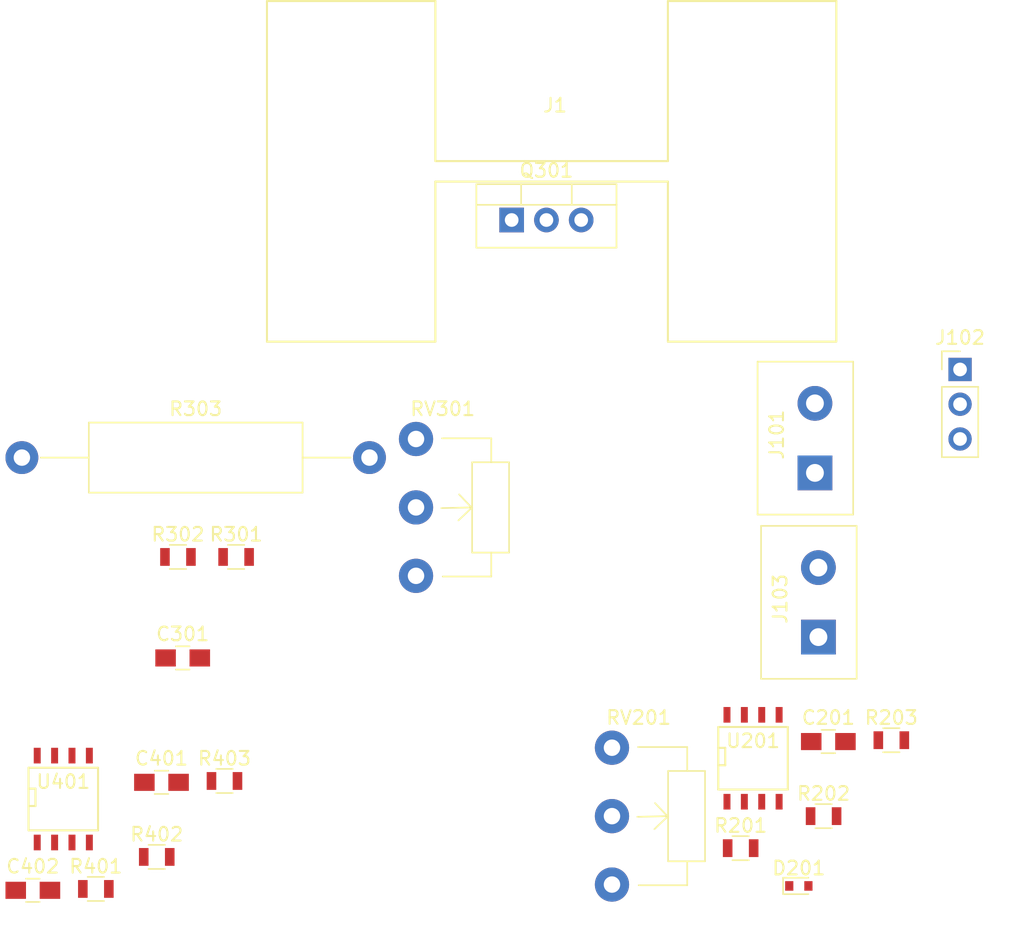
<source format=kicad_pcb>
(kicad_pcb (version 4) (host pcbnew 4.0.7)

  (general
    (links 43)
    (no_connects 43)
    (area 0 0 0 0)
    (thickness 1.6)
    (drawings 0)
    (tracks 0)
    (zones 0)
    (modules 23)
    (nets 18)
  )

  (page A4)
  (layers
    (0 F.Cu signal)
    (31 B.Cu signal)
    (32 B.Adhes user)
    (33 F.Adhes user)
    (34 B.Paste user)
    (35 F.Paste user)
    (36 B.SilkS user)
    (37 F.SilkS user)
    (38 B.Mask user)
    (39 F.Mask user)
    (40 Dwgs.User user)
    (41 Cmts.User user)
    (42 Eco1.User user)
    (43 Eco2.User user)
    (44 Edge.Cuts user)
    (45 Margin user)
    (46 B.CrtYd user)
    (47 F.CrtYd user)
    (48 B.Fab user)
    (49 F.Fab user)
  )

  (setup
    (last_trace_width 0.25)
    (trace_clearance 0.2)
    (zone_clearance 0.508)
    (zone_45_only no)
    (trace_min 0.2)
    (segment_width 0.2)
    (edge_width 0.15)
    (via_size 0.6)
    (via_drill 0.4)
    (via_min_size 0.4)
    (via_min_drill 0.3)
    (uvia_size 0.3)
    (uvia_drill 0.1)
    (uvias_allowed no)
    (uvia_min_size 0.2)
    (uvia_min_drill 0.1)
    (pcb_text_width 0.3)
    (pcb_text_size 1.5 1.5)
    (mod_edge_width 0.15)
    (mod_text_size 1 1)
    (mod_text_width 0.15)
    (pad_size 1.524 1.524)
    (pad_drill 0.762)
    (pad_to_mask_clearance 0.2)
    (aux_axis_origin 0 0)
    (visible_elements 7FFFFFFF)
    (pcbplotparams
      (layerselection 0x00030_80000001)
      (usegerberextensions false)
      (excludeedgelayer true)
      (linewidth 0.100000)
      (plotframeref false)
      (viasonmask false)
      (mode 1)
      (useauxorigin false)
      (hpglpennumber 1)
      (hpglpenspeed 20)
      (hpglpendiameter 15)
      (hpglpenoverlay 2)
      (psnegative false)
      (psa4output false)
      (plotreference true)
      (plotvalue true)
      (plotinvisibletext false)
      (padsonsilk false)
      (subtractmaskfromsilk false)
      (outputformat 1)
      (mirror false)
      (drillshape 1)
      (scaleselection 1)
      (outputdirectory ""))
  )

  (net 0 "")
  (net 1 2.7V)
  (net 2 GND)
  (net 3 "/Power Regulation/Vin")
  (net 4 "/Current Control/FET_Gate")
  (net 5 "Net-(D201-Pad1)")
  (net 6 "Net-(J101-Pad2)")
  (net 7 "/Current Control/Current_Sink+")
  (net 8 "Net-(Q301-Pad3)")
  (net 9 "Net-(R201-Pad1)")
  (net 10 "Net-(R202-Pad2)")
  (net 11 "Net-(R301-Pad1)")
  (net 12 "Net-(R302-Pad2)")
  (net 13 "Net-(R401-Pad2)")
  (net 14 "Net-(R403-Pad1)")
  (net 15 "Net-(RV201-Pad1)")
  (net 16 "Net-(RV301-Pad1)")
  (net 17 "/Voltage Control/Current_Sink-")

  (net_class Default "This is the default net class."
    (clearance 0.2)
    (trace_width 0.25)
    (via_dia 0.6)
    (via_drill 0.4)
    (uvia_dia 0.3)
    (uvia_drill 0.1)
    (add_net "/Current Control/Current_Sink+")
    (add_net "/Current Control/FET_Gate")
    (add_net "/Power Regulation/Vin")
    (add_net "/Voltage Control/Current_Sink-")
    (add_net 2.7V)
    (add_net GND)
    (add_net "Net-(D201-Pad1)")
    (add_net "Net-(J101-Pad2)")
    (add_net "Net-(Q301-Pad3)")
    (add_net "Net-(R201-Pad1)")
    (add_net "Net-(R202-Pad2)")
    (add_net "Net-(R301-Pad1)")
    (add_net "Net-(R302-Pad2)")
    (add_net "Net-(R401-Pad2)")
    (add_net "Net-(R403-Pad1)")
    (add_net "Net-(RV201-Pad1)")
    (add_net "Net-(RV301-Pad1)")
  )

  (module Capacitors_SMD:C_0805_HandSoldering (layer F.Cu) (tedit 58AA84A8) (tstamp 5B279514)
    (at 216.688001 131.711)
    (descr "Capacitor SMD 0805, hand soldering")
    (tags "capacitor 0805")
    (path /5B20D367/5B210BC7)
    (attr smd)
    (fp_text reference C201 (at 0 -1.75) (layer F.SilkS)
      (effects (font (size 1 1) (thickness 0.15)))
    )
    (fp_text value C (at 0 1.75) (layer F.Fab)
      (effects (font (size 1 1) (thickness 0.15)))
    )
    (fp_text user %R (at 0 -1.75) (layer F.Fab)
      (effects (font (size 1 1) (thickness 0.15)))
    )
    (fp_line (start -1 0.62) (end -1 -0.62) (layer F.Fab) (width 0.1))
    (fp_line (start 1 0.62) (end -1 0.62) (layer F.Fab) (width 0.1))
    (fp_line (start 1 -0.62) (end 1 0.62) (layer F.Fab) (width 0.1))
    (fp_line (start -1 -0.62) (end 1 -0.62) (layer F.Fab) (width 0.1))
    (fp_line (start 0.5 -0.85) (end -0.5 -0.85) (layer F.SilkS) (width 0.12))
    (fp_line (start -0.5 0.85) (end 0.5 0.85) (layer F.SilkS) (width 0.12))
    (fp_line (start -2.25 -0.88) (end 2.25 -0.88) (layer F.CrtYd) (width 0.05))
    (fp_line (start -2.25 -0.88) (end -2.25 0.87) (layer F.CrtYd) (width 0.05))
    (fp_line (start 2.25 0.87) (end 2.25 -0.88) (layer F.CrtYd) (width 0.05))
    (fp_line (start 2.25 0.87) (end -2.25 0.87) (layer F.CrtYd) (width 0.05))
    (pad 1 smd rect (at -1.25 0) (size 1.5 1.25) (layers F.Cu F.Paste F.Mask)
      (net 1 2.7V))
    (pad 2 smd rect (at 1.25 0) (size 1.5 1.25) (layers F.Cu F.Paste F.Mask)
      (net 2 GND))
    (model Capacitors_SMD.3dshapes/C_0805.wrl
      (at (xyz 0 0 0))
      (scale (xyz 1 1 1))
      (rotate (xyz 0 0 0))
    )
  )

  (module Capacitors_SMD:C_0805_HandSoldering (layer F.Cu) (tedit 58AA84A8) (tstamp 5B27951A)
    (at 169.508001 125.601)
    (descr "Capacitor SMD 0805, hand soldering")
    (tags "capacitor 0805")
    (path /5B20D3AD/5B20DF16)
    (attr smd)
    (fp_text reference C301 (at 0 -1.75) (layer F.SilkS)
      (effects (font (size 1 1) (thickness 0.15)))
    )
    (fp_text value C (at 0 1.75) (layer F.Fab)
      (effects (font (size 1 1) (thickness 0.15)))
    )
    (fp_text user %R (at 0 -1.75) (layer F.Fab)
      (effects (font (size 1 1) (thickness 0.15)))
    )
    (fp_line (start -1 0.62) (end -1 -0.62) (layer F.Fab) (width 0.1))
    (fp_line (start 1 0.62) (end -1 0.62) (layer F.Fab) (width 0.1))
    (fp_line (start 1 -0.62) (end 1 0.62) (layer F.Fab) (width 0.1))
    (fp_line (start -1 -0.62) (end 1 -0.62) (layer F.Fab) (width 0.1))
    (fp_line (start 0.5 -0.85) (end -0.5 -0.85) (layer F.SilkS) (width 0.12))
    (fp_line (start -0.5 0.85) (end 0.5 0.85) (layer F.SilkS) (width 0.12))
    (fp_line (start -2.25 -0.88) (end 2.25 -0.88) (layer F.CrtYd) (width 0.05))
    (fp_line (start -2.25 -0.88) (end -2.25 0.87) (layer F.CrtYd) (width 0.05))
    (fp_line (start 2.25 0.87) (end 2.25 -0.88) (layer F.CrtYd) (width 0.05))
    (fp_line (start 2.25 0.87) (end -2.25 0.87) (layer F.CrtYd) (width 0.05))
    (pad 1 smd rect (at -1.25 0) (size 1.5 1.25) (layers F.Cu F.Paste F.Mask)
      (net 1 2.7V))
    (pad 2 smd rect (at 1.25 0) (size 1.5 1.25) (layers F.Cu F.Paste F.Mask)
      (net 2 GND))
    (model Capacitors_SMD.3dshapes/C_0805.wrl
      (at (xyz 0 0 0))
      (scale (xyz 1 1 1))
      (rotate (xyz 0 0 0))
    )
  )

  (module Capacitors_SMD:C_0805_HandSoldering (layer F.Cu) (tedit 58AA84A8) (tstamp 5B279520)
    (at 167.958001 134.691)
    (descr "Capacitor SMD 0805, hand soldering")
    (tags "capacitor 0805")
    (path /5B20D3C0/5B20F557)
    (attr smd)
    (fp_text reference C401 (at 0 -1.75) (layer F.SilkS)
      (effects (font (size 1 1) (thickness 0.15)))
    )
    (fp_text value C (at 0 1.75) (layer F.Fab)
      (effects (font (size 1 1) (thickness 0.15)))
    )
    (fp_text user %R (at 0 -1.75) (layer F.Fab)
      (effects (font (size 1 1) (thickness 0.15)))
    )
    (fp_line (start -1 0.62) (end -1 -0.62) (layer F.Fab) (width 0.1))
    (fp_line (start 1 0.62) (end -1 0.62) (layer F.Fab) (width 0.1))
    (fp_line (start 1 -0.62) (end 1 0.62) (layer F.Fab) (width 0.1))
    (fp_line (start -1 -0.62) (end 1 -0.62) (layer F.Fab) (width 0.1))
    (fp_line (start 0.5 -0.85) (end -0.5 -0.85) (layer F.SilkS) (width 0.12))
    (fp_line (start -0.5 0.85) (end 0.5 0.85) (layer F.SilkS) (width 0.12))
    (fp_line (start -2.25 -0.88) (end 2.25 -0.88) (layer F.CrtYd) (width 0.05))
    (fp_line (start -2.25 -0.88) (end -2.25 0.87) (layer F.CrtYd) (width 0.05))
    (fp_line (start 2.25 0.87) (end 2.25 -0.88) (layer F.CrtYd) (width 0.05))
    (fp_line (start 2.25 0.87) (end -2.25 0.87) (layer F.CrtYd) (width 0.05))
    (pad 1 smd rect (at -1.25 0) (size 1.5 1.25) (layers F.Cu F.Paste F.Mask)
      (net 3 "/Power Regulation/Vin"))
    (pad 2 smd rect (at 1.25 0) (size 1.5 1.25) (layers F.Cu F.Paste F.Mask)
      (net 2 GND))
    (model Capacitors_SMD.3dshapes/C_0805.wrl
      (at (xyz 0 0 0))
      (scale (xyz 1 1 1))
      (rotate (xyz 0 0 0))
    )
  )

  (module Capacitors_SMD:C_0805_HandSoldering (layer F.Cu) (tedit 58AA84A8) (tstamp 5B279526)
    (at 158.558001 142.581)
    (descr "Capacitor SMD 0805, hand soldering")
    (tags "capacitor 0805")
    (path /5B20D3C0/5B20F550)
    (attr smd)
    (fp_text reference C402 (at 0 -1.75) (layer F.SilkS)
      (effects (font (size 1 1) (thickness 0.15)))
    )
    (fp_text value C (at 0 1.75) (layer F.Fab)
      (effects (font (size 1 1) (thickness 0.15)))
    )
    (fp_text user %R (at 0 -1.75) (layer F.Fab)
      (effects (font (size 1 1) (thickness 0.15)))
    )
    (fp_line (start -1 0.62) (end -1 -0.62) (layer F.Fab) (width 0.1))
    (fp_line (start 1 0.62) (end -1 0.62) (layer F.Fab) (width 0.1))
    (fp_line (start 1 -0.62) (end 1 0.62) (layer F.Fab) (width 0.1))
    (fp_line (start -1 -0.62) (end 1 -0.62) (layer F.Fab) (width 0.1))
    (fp_line (start 0.5 -0.85) (end -0.5 -0.85) (layer F.SilkS) (width 0.12))
    (fp_line (start -0.5 0.85) (end 0.5 0.85) (layer F.SilkS) (width 0.12))
    (fp_line (start -2.25 -0.88) (end 2.25 -0.88) (layer F.CrtYd) (width 0.05))
    (fp_line (start -2.25 -0.88) (end -2.25 0.87) (layer F.CrtYd) (width 0.05))
    (fp_line (start 2.25 0.87) (end 2.25 -0.88) (layer F.CrtYd) (width 0.05))
    (fp_line (start 2.25 0.87) (end -2.25 0.87) (layer F.CrtYd) (width 0.05))
    (pad 1 smd rect (at -1.25 0) (size 1.5 1.25) (layers F.Cu F.Paste F.Mask)
      (net 1 2.7V))
    (pad 2 smd rect (at 1.25 0) (size 1.5 1.25) (layers F.Cu F.Paste F.Mask)
      (net 2 GND))
    (model Capacitors_SMD.3dshapes/C_0805.wrl
      (at (xyz 0 0 0))
      (scale (xyz 1 1 1))
      (rotate (xyz 0 0 0))
    )
  )

  (module Diodes_SMD:D_SOD-523 (layer F.Cu) (tedit 586419F0) (tstamp 5B27952C)
    (at 214.531571 142.261)
    (descr "http://www.diodes.com/datasheets/ap02001.pdf p.144")
    (tags "Diode SOD523")
    (path /5B20D367/5B210C37)
    (attr smd)
    (fp_text reference D201 (at 0 -1.3) (layer F.SilkS)
      (effects (font (size 1 1) (thickness 0.15)))
    )
    (fp_text value D (at 0 1.4) (layer F.Fab)
      (effects (font (size 1 1) (thickness 0.15)))
    )
    (fp_text user %R (at 0 -1.3) (layer F.Fab)
      (effects (font (size 1 1) (thickness 0.15)))
    )
    (fp_line (start -1.15 -0.6) (end -1.15 0.6) (layer F.SilkS) (width 0.12))
    (fp_line (start 1.25 -0.7) (end 1.25 0.7) (layer F.CrtYd) (width 0.05))
    (fp_line (start -1.25 -0.7) (end 1.25 -0.7) (layer F.CrtYd) (width 0.05))
    (fp_line (start -1.25 0.7) (end -1.25 -0.7) (layer F.CrtYd) (width 0.05))
    (fp_line (start 1.25 0.7) (end -1.25 0.7) (layer F.CrtYd) (width 0.05))
    (fp_line (start 0.1 0) (end 0.25 0) (layer F.Fab) (width 0.1))
    (fp_line (start 0.1 -0.2) (end -0.2 0) (layer F.Fab) (width 0.1))
    (fp_line (start 0.1 0.2) (end 0.1 -0.2) (layer F.Fab) (width 0.1))
    (fp_line (start -0.2 0) (end 0.1 0.2) (layer F.Fab) (width 0.1))
    (fp_line (start -0.2 0) (end -0.35 0) (layer F.Fab) (width 0.1))
    (fp_line (start -0.2 0.2) (end -0.2 -0.2) (layer F.Fab) (width 0.1))
    (fp_line (start 0.65 -0.45) (end 0.65 0.45) (layer F.Fab) (width 0.1))
    (fp_line (start -0.65 -0.45) (end 0.65 -0.45) (layer F.Fab) (width 0.1))
    (fp_line (start -0.65 0.45) (end -0.65 -0.45) (layer F.Fab) (width 0.1))
    (fp_line (start 0.65 0.45) (end -0.65 0.45) (layer F.Fab) (width 0.1))
    (fp_line (start 0.7 -0.6) (end -1.15 -0.6) (layer F.SilkS) (width 0.12))
    (fp_line (start 0.7 0.6) (end -1.15 0.6) (layer F.SilkS) (width 0.12))
    (pad 2 smd rect (at 0.7 0 180) (size 0.6 0.7) (layers F.Cu F.Paste F.Mask)
      (net 4 "/Current Control/FET_Gate"))
    (pad 1 smd rect (at -0.7 0 180) (size 0.6 0.7) (layers F.Cu F.Paste F.Mask)
      (net 5 "Net-(D201-Pad1)"))
    (model ${KISYS3DMOD}/Diodes_SMD.3dshapes/D_SOD-523.wrl
      (at (xyz 0 0 0))
      (scale (xyz 1 1 1))
      (rotate (xyz 0 0 0))
    )
  )

  (module TO_SOT_Packages_THT:TO-220-3_Vertical (layer F.Cu) (tedit 58CE52AD) (tstamp 5B279546)
    (at 193.548 93.599)
    (descr "TO-220-3, Vertical, RM 2.54mm")
    (tags "TO-220-3 Vertical RM 2.54mm")
    (path /5B20D3AD/5B20DECB)
    (fp_text reference Q301 (at 2.54 -3.62) (layer F.SilkS)
      (effects (font (size 1 1) (thickness 0.15)))
    )
    (fp_text value BUK9575 (at 2.54 3.92) (layer F.Fab)
      (effects (font (size 1 1) (thickness 0.15)))
    )
    (fp_text user %R (at 2.54 -3.62) (layer F.Fab)
      (effects (font (size 1 1) (thickness 0.15)))
    )
    (fp_line (start -2.46 -2.5) (end -2.46 1.9) (layer F.Fab) (width 0.1))
    (fp_line (start -2.46 1.9) (end 7.54 1.9) (layer F.Fab) (width 0.1))
    (fp_line (start 7.54 1.9) (end 7.54 -2.5) (layer F.Fab) (width 0.1))
    (fp_line (start 7.54 -2.5) (end -2.46 -2.5) (layer F.Fab) (width 0.1))
    (fp_line (start -2.46 -1.23) (end 7.54 -1.23) (layer F.Fab) (width 0.1))
    (fp_line (start 0.69 -2.5) (end 0.69 -1.23) (layer F.Fab) (width 0.1))
    (fp_line (start 4.39 -2.5) (end 4.39 -1.23) (layer F.Fab) (width 0.1))
    (fp_line (start -2.58 -2.62) (end 7.66 -2.62) (layer F.SilkS) (width 0.12))
    (fp_line (start -2.58 2.021) (end 7.66 2.021) (layer F.SilkS) (width 0.12))
    (fp_line (start -2.58 -2.62) (end -2.58 2.021) (layer F.SilkS) (width 0.12))
    (fp_line (start 7.66 -2.62) (end 7.66 2.021) (layer F.SilkS) (width 0.12))
    (fp_line (start -2.58 -1.11) (end 7.66 -1.11) (layer F.SilkS) (width 0.12))
    (fp_line (start 0.69 -2.62) (end 0.69 -1.11) (layer F.SilkS) (width 0.12))
    (fp_line (start 4.391 -2.62) (end 4.391 -1.11) (layer F.SilkS) (width 0.12))
    (fp_line (start -2.71 -2.75) (end -2.71 2.16) (layer F.CrtYd) (width 0.05))
    (fp_line (start -2.71 2.16) (end 7.79 2.16) (layer F.CrtYd) (width 0.05))
    (fp_line (start 7.79 2.16) (end 7.79 -2.75) (layer F.CrtYd) (width 0.05))
    (fp_line (start 7.79 -2.75) (end -2.71 -2.75) (layer F.CrtYd) (width 0.05))
    (pad 1 thru_hole rect (at 0 0) (size 1.8 1.8) (drill 1) (layers *.Cu *.Mask)
      (net 7 "/Current Control/Current_Sink+"))
    (pad 2 thru_hole oval (at 2.54 0) (size 1.8 1.8) (drill 1) (layers *.Cu *.Mask)
      (net 4 "/Current Control/FET_Gate"))
    (pad 3 thru_hole oval (at 5.08 0) (size 1.8 1.8) (drill 1) (layers *.Cu *.Mask)
      (net 8 "Net-(Q301-Pad3)"))
    (model ${KISYS3DMOD}/TO_SOT_Packages_THT.3dshapes/TO-220-3_Vertical.wrl
      (at (xyz 0.1 0 0))
      (scale (xyz 0.393701 0.393701 0.393701))
      (rotate (xyz 0 0 0))
    )
  )

  (module Resistors_SMD:R_0805 (layer F.Cu) (tedit 58E0A804) (tstamp 5B27954C)
    (at 210.281571 139.501)
    (descr "Resistor SMD 0805, reflow soldering, Vishay (see dcrcw.pdf)")
    (tags "resistor 0805")
    (path /5B20D367/5B210B9B)
    (attr smd)
    (fp_text reference R201 (at 0 -1.65) (layer F.SilkS)
      (effects (font (size 1 1) (thickness 0.15)))
    )
    (fp_text value R (at 0 1.75) (layer F.Fab)
      (effects (font (size 1 1) (thickness 0.15)))
    )
    (fp_text user %R (at 0 0) (layer F.Fab)
      (effects (font (size 0.5 0.5) (thickness 0.075)))
    )
    (fp_line (start -1 0.62) (end -1 -0.62) (layer F.Fab) (width 0.1))
    (fp_line (start 1 0.62) (end -1 0.62) (layer F.Fab) (width 0.1))
    (fp_line (start 1 -0.62) (end 1 0.62) (layer F.Fab) (width 0.1))
    (fp_line (start -1 -0.62) (end 1 -0.62) (layer F.Fab) (width 0.1))
    (fp_line (start 0.6 0.88) (end -0.6 0.88) (layer F.SilkS) (width 0.12))
    (fp_line (start -0.6 -0.88) (end 0.6 -0.88) (layer F.SilkS) (width 0.12))
    (fp_line (start -1.55 -0.9) (end 1.55 -0.9) (layer F.CrtYd) (width 0.05))
    (fp_line (start -1.55 -0.9) (end -1.55 0.9) (layer F.CrtYd) (width 0.05))
    (fp_line (start 1.55 0.9) (end 1.55 -0.9) (layer F.CrtYd) (width 0.05))
    (fp_line (start 1.55 0.9) (end -1.55 0.9) (layer F.CrtYd) (width 0.05))
    (pad 1 smd rect (at -0.95 0) (size 0.7 1.3) (layers F.Cu F.Paste F.Mask)
      (net 9 "Net-(R201-Pad1)"))
    (pad 2 smd rect (at 0.95 0) (size 0.7 1.3) (layers F.Cu F.Paste F.Mask)
      (net 17 "/Voltage Control/Current_Sink-"))
    (model ${KISYS3DMOD}/Resistors_SMD.3dshapes/R_0805.wrl
      (at (xyz 0 0 0))
      (scale (xyz 1 1 1))
      (rotate (xyz 0 0 0))
    )
  )

  (module Resistors_SMD:R_0805 (layer F.Cu) (tedit 58E0A804) (tstamp 5B279552)
    (at 216.341571 137.161)
    (descr "Resistor SMD 0805, reflow soldering, Vishay (see dcrcw.pdf)")
    (tags "resistor 0805")
    (path /5B20D367/5B210E2B)
    (attr smd)
    (fp_text reference R202 (at 0 -1.65) (layer F.SilkS)
      (effects (font (size 1 1) (thickness 0.15)))
    )
    (fp_text value 9K (at 0 1.75) (layer F.Fab)
      (effects (font (size 1 1) (thickness 0.15)))
    )
    (fp_text user %R (at 0 0) (layer F.Fab)
      (effects (font (size 0.5 0.5) (thickness 0.075)))
    )
    (fp_line (start -1 0.62) (end -1 -0.62) (layer F.Fab) (width 0.1))
    (fp_line (start 1 0.62) (end -1 0.62) (layer F.Fab) (width 0.1))
    (fp_line (start 1 -0.62) (end 1 0.62) (layer F.Fab) (width 0.1))
    (fp_line (start -1 -0.62) (end 1 -0.62) (layer F.Fab) (width 0.1))
    (fp_line (start 0.6 0.88) (end -0.6 0.88) (layer F.SilkS) (width 0.12))
    (fp_line (start -0.6 -0.88) (end 0.6 -0.88) (layer F.SilkS) (width 0.12))
    (fp_line (start -1.55 -0.9) (end 1.55 -0.9) (layer F.CrtYd) (width 0.05))
    (fp_line (start -1.55 -0.9) (end -1.55 0.9) (layer F.CrtYd) (width 0.05))
    (fp_line (start 1.55 0.9) (end 1.55 -0.9) (layer F.CrtYd) (width 0.05))
    (fp_line (start 1.55 0.9) (end -1.55 0.9) (layer F.CrtYd) (width 0.05))
    (pad 1 smd rect (at -0.95 0) (size 0.7 1.3) (layers F.Cu F.Paste F.Mask)
      (net 7 "/Current Control/Current_Sink+"))
    (pad 2 smd rect (at 0.95 0) (size 0.7 1.3) (layers F.Cu F.Paste F.Mask)
      (net 10 "Net-(R202-Pad2)"))
    (model ${KISYS3DMOD}/Resistors_SMD.3dshapes/R_0805.wrl
      (at (xyz 0 0 0))
      (scale (xyz 1 1 1))
      (rotate (xyz 0 0 0))
    )
  )

  (module Resistors_SMD:R_0805 (layer F.Cu) (tedit 58E0A804) (tstamp 5B279558)
    (at 221.291571 131.611)
    (descr "Resistor SMD 0805, reflow soldering, Vishay (see dcrcw.pdf)")
    (tags "resistor 0805")
    (path /5B20D367/5B210EF3)
    (attr smd)
    (fp_text reference R203 (at 0 -1.65) (layer F.SilkS)
      (effects (font (size 1 1) (thickness 0.15)))
    )
    (fp_text value 1K (at 0 1.75) (layer F.Fab)
      (effects (font (size 1 1) (thickness 0.15)))
    )
    (fp_text user %R (at 0 0) (layer F.Fab)
      (effects (font (size 0.5 0.5) (thickness 0.075)))
    )
    (fp_line (start -1 0.62) (end -1 -0.62) (layer F.Fab) (width 0.1))
    (fp_line (start 1 0.62) (end -1 0.62) (layer F.Fab) (width 0.1))
    (fp_line (start 1 -0.62) (end 1 0.62) (layer F.Fab) (width 0.1))
    (fp_line (start -1 -0.62) (end 1 -0.62) (layer F.Fab) (width 0.1))
    (fp_line (start 0.6 0.88) (end -0.6 0.88) (layer F.SilkS) (width 0.12))
    (fp_line (start -0.6 -0.88) (end 0.6 -0.88) (layer F.SilkS) (width 0.12))
    (fp_line (start -1.55 -0.9) (end 1.55 -0.9) (layer F.CrtYd) (width 0.05))
    (fp_line (start -1.55 -0.9) (end -1.55 0.9) (layer F.CrtYd) (width 0.05))
    (fp_line (start 1.55 0.9) (end 1.55 -0.9) (layer F.CrtYd) (width 0.05))
    (fp_line (start 1.55 0.9) (end -1.55 0.9) (layer F.CrtYd) (width 0.05))
    (pad 1 smd rect (at -0.95 0) (size 0.7 1.3) (layers F.Cu F.Paste F.Mask)
      (net 10 "Net-(R202-Pad2)"))
    (pad 2 smd rect (at 0.95 0) (size 0.7 1.3) (layers F.Cu F.Paste F.Mask)
      (net 17 "/Voltage Control/Current_Sink-"))
    (model ${KISYS3DMOD}/Resistors_SMD.3dshapes/R_0805.wrl
      (at (xyz 0 0 0))
      (scale (xyz 1 1 1))
      (rotate (xyz 0 0 0))
    )
  )

  (module Resistors_SMD:R_0805 (layer F.Cu) (tedit 58E0A804) (tstamp 5B27955E)
    (at 173.411571 118.221)
    (descr "Resistor SMD 0805, reflow soldering, Vishay (see dcrcw.pdf)")
    (tags "resistor 0805")
    (path /5B20D3AD/5B20DEE0)
    (attr smd)
    (fp_text reference R301 (at 0 -1.65) (layer F.SilkS)
      (effects (font (size 1 1) (thickness 0.15)))
    )
    (fp_text value R (at 0 1.75) (layer F.Fab)
      (effects (font (size 1 1) (thickness 0.15)))
    )
    (fp_text user %R (at 0 0) (layer F.Fab)
      (effects (font (size 0.5 0.5) (thickness 0.075)))
    )
    (fp_line (start -1 0.62) (end -1 -0.62) (layer F.Fab) (width 0.1))
    (fp_line (start 1 0.62) (end -1 0.62) (layer F.Fab) (width 0.1))
    (fp_line (start 1 -0.62) (end 1 0.62) (layer F.Fab) (width 0.1))
    (fp_line (start -1 -0.62) (end 1 -0.62) (layer F.Fab) (width 0.1))
    (fp_line (start 0.6 0.88) (end -0.6 0.88) (layer F.SilkS) (width 0.12))
    (fp_line (start -0.6 -0.88) (end 0.6 -0.88) (layer F.SilkS) (width 0.12))
    (fp_line (start -1.55 -0.9) (end 1.55 -0.9) (layer F.CrtYd) (width 0.05))
    (fp_line (start -1.55 -0.9) (end -1.55 0.9) (layer F.CrtYd) (width 0.05))
    (fp_line (start 1.55 0.9) (end 1.55 -0.9) (layer F.CrtYd) (width 0.05))
    (fp_line (start 1.55 0.9) (end -1.55 0.9) (layer F.CrtYd) (width 0.05))
    (pad 1 smd rect (at -0.95 0) (size 0.7 1.3) (layers F.Cu F.Paste F.Mask)
      (net 11 "Net-(R301-Pad1)"))
    (pad 2 smd rect (at 0.95 0) (size 0.7 1.3) (layers F.Cu F.Paste F.Mask)
      (net 2 GND))
    (model ${KISYS3DMOD}/Resistors_SMD.3dshapes/R_0805.wrl
      (at (xyz 0 0 0))
      (scale (xyz 1 1 1))
      (rotate (xyz 0 0 0))
    )
  )

  (module Resistors_SMD:R_0805 (layer F.Cu) (tedit 58E0A804) (tstamp 5B279564)
    (at 169.161571 118.221)
    (descr "Resistor SMD 0805, reflow soldering, Vishay (see dcrcw.pdf)")
    (tags "resistor 0805")
    (path /5B20D3AD/5B20E5D2)
    (attr smd)
    (fp_text reference R302 (at 0 -1.65) (layer F.SilkS)
      (effects (font (size 1 1) (thickness 0.15)))
    )
    (fp_text value 1K (at 0 1.75) (layer F.Fab)
      (effects (font (size 1 1) (thickness 0.15)))
    )
    (fp_text user %R (at 0 0) (layer F.Fab)
      (effects (font (size 0.5 0.5) (thickness 0.075)))
    )
    (fp_line (start -1 0.62) (end -1 -0.62) (layer F.Fab) (width 0.1))
    (fp_line (start 1 0.62) (end -1 0.62) (layer F.Fab) (width 0.1))
    (fp_line (start 1 -0.62) (end 1 0.62) (layer F.Fab) (width 0.1))
    (fp_line (start -1 -0.62) (end 1 -0.62) (layer F.Fab) (width 0.1))
    (fp_line (start 0.6 0.88) (end -0.6 0.88) (layer F.SilkS) (width 0.12))
    (fp_line (start -0.6 -0.88) (end 0.6 -0.88) (layer F.SilkS) (width 0.12))
    (fp_line (start -1.55 -0.9) (end 1.55 -0.9) (layer F.CrtYd) (width 0.05))
    (fp_line (start -1.55 -0.9) (end -1.55 0.9) (layer F.CrtYd) (width 0.05))
    (fp_line (start 1.55 0.9) (end 1.55 -0.9) (layer F.CrtYd) (width 0.05))
    (fp_line (start 1.55 0.9) (end -1.55 0.9) (layer F.CrtYd) (width 0.05))
    (pad 1 smd rect (at -0.95 0) (size 0.7 1.3) (layers F.Cu F.Paste F.Mask)
      (net 4 "/Current Control/FET_Gate"))
    (pad 2 smd rect (at 0.95 0) (size 0.7 1.3) (layers F.Cu F.Paste F.Mask)
      (net 12 "Net-(R302-Pad2)"))
    (model ${KISYS3DMOD}/Resistors_SMD.3dshapes/R_0805.wrl
      (at (xyz 0 0 0))
      (scale (xyz 1 1 1))
      (rotate (xyz 0 0 0))
    )
  )

  (module Resistors_THT:R_Axial_DIN0516_L15.5mm_D5.0mm_P25.40mm_Horizontal (layer F.Cu) (tedit 5874F706) (tstamp 5B27956A)
    (at 157.758001 110.961)
    (descr "Resistor, Axial_DIN0516 series, Axial, Horizontal, pin pitch=25.4mm, 2W, length*diameter=15.5*5mm^2, http://cdn-reichelt.de/documents/datenblatt/B400/1_4W%23YAG.pdf")
    (tags "Resistor Axial_DIN0516 series Axial Horizontal pin pitch 25.4mm 2W length 15.5mm diameter 5mm")
    (path /5B20D3AD/5B20DED3)
    (fp_text reference R303 (at 12.7 -3.56) (layer F.SilkS)
      (effects (font (size 1 1) (thickness 0.15)))
    )
    (fp_text value 0.1 (at 12.7 3.56) (layer F.Fab)
      (effects (font (size 1 1) (thickness 0.15)))
    )
    (fp_line (start 4.95 -2.5) (end 4.95 2.5) (layer F.Fab) (width 0.1))
    (fp_line (start 4.95 2.5) (end 20.45 2.5) (layer F.Fab) (width 0.1))
    (fp_line (start 20.45 2.5) (end 20.45 -2.5) (layer F.Fab) (width 0.1))
    (fp_line (start 20.45 -2.5) (end 4.95 -2.5) (layer F.Fab) (width 0.1))
    (fp_line (start 0 0) (end 4.95 0) (layer F.Fab) (width 0.1))
    (fp_line (start 25.4 0) (end 20.45 0) (layer F.Fab) (width 0.1))
    (fp_line (start 4.89 -2.56) (end 4.89 2.56) (layer F.SilkS) (width 0.12))
    (fp_line (start 4.89 2.56) (end 20.51 2.56) (layer F.SilkS) (width 0.12))
    (fp_line (start 20.51 2.56) (end 20.51 -2.56) (layer F.SilkS) (width 0.12))
    (fp_line (start 20.51 -2.56) (end 4.89 -2.56) (layer F.SilkS) (width 0.12))
    (fp_line (start 1.38 0) (end 4.89 0) (layer F.SilkS) (width 0.12))
    (fp_line (start 24.02 0) (end 20.51 0) (layer F.SilkS) (width 0.12))
    (fp_line (start -1.45 -2.85) (end -1.45 2.85) (layer F.CrtYd) (width 0.05))
    (fp_line (start -1.45 2.85) (end 26.85 2.85) (layer F.CrtYd) (width 0.05))
    (fp_line (start 26.85 2.85) (end 26.85 -2.85) (layer F.CrtYd) (width 0.05))
    (fp_line (start 26.85 -2.85) (end -1.45 -2.85) (layer F.CrtYd) (width 0.05))
    (pad 1 thru_hole circle (at 0 0) (size 2.4 2.4) (drill 1.2) (layers *.Cu *.Mask)
      (net 8 "Net-(Q301-Pad3)"))
    (pad 2 thru_hole oval (at 25.4 0) (size 2.4 2.4) (drill 1.2) (layers *.Cu *.Mask)
      (net 2 GND))
    (model ${KISYS3DMOD}/Resistors_THT.3dshapes/R_Axial_DIN0516_L15.5mm_D5.0mm_P25.40mm_Horizontal.wrl
      (at (xyz 0 0 0))
      (scale (xyz 0.393701 0.393701 0.393701))
      (rotate (xyz 0 0 0))
    )
  )

  (module Resistors_SMD:R_0805 (layer F.Cu) (tedit 58E0A804) (tstamp 5B279570)
    (at 163.161571 142.481)
    (descr "Resistor SMD 0805, reflow soldering, Vishay (see dcrcw.pdf)")
    (tags "resistor 0805")
    (path /5B20D3C0/5B20F56F)
    (attr smd)
    (fp_text reference R401 (at 0 -1.65) (layer F.SilkS)
      (effects (font (size 1 1) (thickness 0.15)))
    )
    (fp_text value 27K (at 0 1.75) (layer F.Fab)
      (effects (font (size 1 1) (thickness 0.15)))
    )
    (fp_text user %R (at 0 0) (layer F.Fab)
      (effects (font (size 0.5 0.5) (thickness 0.075)))
    )
    (fp_line (start -1 0.62) (end -1 -0.62) (layer F.Fab) (width 0.1))
    (fp_line (start 1 0.62) (end -1 0.62) (layer F.Fab) (width 0.1))
    (fp_line (start 1 -0.62) (end 1 0.62) (layer F.Fab) (width 0.1))
    (fp_line (start -1 -0.62) (end 1 -0.62) (layer F.Fab) (width 0.1))
    (fp_line (start 0.6 0.88) (end -0.6 0.88) (layer F.SilkS) (width 0.12))
    (fp_line (start -0.6 -0.88) (end 0.6 -0.88) (layer F.SilkS) (width 0.12))
    (fp_line (start -1.55 -0.9) (end 1.55 -0.9) (layer F.CrtYd) (width 0.05))
    (fp_line (start -1.55 -0.9) (end -1.55 0.9) (layer F.CrtYd) (width 0.05))
    (fp_line (start 1.55 0.9) (end 1.55 -0.9) (layer F.CrtYd) (width 0.05))
    (fp_line (start 1.55 0.9) (end -1.55 0.9) (layer F.CrtYd) (width 0.05))
    (pad 1 smd rect (at -0.95 0) (size 0.7 1.3) (layers F.Cu F.Paste F.Mask)
      (net 3 "/Power Regulation/Vin"))
    (pad 2 smd rect (at 0.95 0) (size 0.7 1.3) (layers F.Cu F.Paste F.Mask)
      (net 13 "Net-(R401-Pad2)"))
    (model ${KISYS3DMOD}/Resistors_SMD.3dshapes/R_0805.wrl
      (at (xyz 0 0 0))
      (scale (xyz 1 1 1))
      (rotate (xyz 0 0 0))
    )
  )

  (module Resistors_SMD:R_0805 (layer F.Cu) (tedit 58E0A804) (tstamp 5B279576)
    (at 167.611571 140.141)
    (descr "Resistor SMD 0805, reflow soldering, Vishay (see dcrcw.pdf)")
    (tags "resistor 0805")
    (path /5B20D3C0/5B20F576)
    (attr smd)
    (fp_text reference R402 (at 0 -1.65) (layer F.SilkS)
      (effects (font (size 1 1) (thickness 0.15)))
    )
    (fp_text value 21.6 (at 0 1.75) (layer F.Fab)
      (effects (font (size 1 1) (thickness 0.15)))
    )
    (fp_text user %R (at 0 0) (layer F.Fab)
      (effects (font (size 0.5 0.5) (thickness 0.075)))
    )
    (fp_line (start -1 0.62) (end -1 -0.62) (layer F.Fab) (width 0.1))
    (fp_line (start 1 0.62) (end -1 0.62) (layer F.Fab) (width 0.1))
    (fp_line (start 1 -0.62) (end 1 0.62) (layer F.Fab) (width 0.1))
    (fp_line (start -1 -0.62) (end 1 -0.62) (layer F.Fab) (width 0.1))
    (fp_line (start 0.6 0.88) (end -0.6 0.88) (layer F.SilkS) (width 0.12))
    (fp_line (start -0.6 -0.88) (end 0.6 -0.88) (layer F.SilkS) (width 0.12))
    (fp_line (start -1.55 -0.9) (end 1.55 -0.9) (layer F.CrtYd) (width 0.05))
    (fp_line (start -1.55 -0.9) (end -1.55 0.9) (layer F.CrtYd) (width 0.05))
    (fp_line (start 1.55 0.9) (end 1.55 -0.9) (layer F.CrtYd) (width 0.05))
    (fp_line (start 1.55 0.9) (end -1.55 0.9) (layer F.CrtYd) (width 0.05))
    (pad 1 smd rect (at -0.95 0) (size 0.7 1.3) (layers F.Cu F.Paste F.Mask)
      (net 13 "Net-(R401-Pad2)"))
    (pad 2 smd rect (at 0.95 0) (size 0.7 1.3) (layers F.Cu F.Paste F.Mask)
      (net 2 GND))
    (model ${KISYS3DMOD}/Resistors_SMD.3dshapes/R_0805.wrl
      (at (xyz 0 0 0))
      (scale (xyz 1 1 1))
      (rotate (xyz 0 0 0))
    )
  )

  (module Resistors_SMD:R_0805 (layer F.Cu) (tedit 58E0A804) (tstamp 5B27957C)
    (at 172.561571 134.591)
    (descr "Resistor SMD 0805, reflow soldering, Vishay (see dcrcw.pdf)")
    (tags "resistor 0805")
    (path /5B20D3C0/5B20F55F)
    (attr smd)
    (fp_text reference R403 (at 0 -1.65) (layer F.SilkS)
      (effects (font (size 1 1) (thickness 0.15)))
    )
    (fp_text value 0 (at 0 1.75) (layer F.Fab)
      (effects (font (size 1 1) (thickness 0.15)))
    )
    (fp_text user %R (at 0 0) (layer F.Fab)
      (effects (font (size 0.5 0.5) (thickness 0.075)))
    )
    (fp_line (start -1 0.62) (end -1 -0.62) (layer F.Fab) (width 0.1))
    (fp_line (start 1 0.62) (end -1 0.62) (layer F.Fab) (width 0.1))
    (fp_line (start 1 -0.62) (end 1 0.62) (layer F.Fab) (width 0.1))
    (fp_line (start -1 -0.62) (end 1 -0.62) (layer F.Fab) (width 0.1))
    (fp_line (start 0.6 0.88) (end -0.6 0.88) (layer F.SilkS) (width 0.12))
    (fp_line (start -0.6 -0.88) (end 0.6 -0.88) (layer F.SilkS) (width 0.12))
    (fp_line (start -1.55 -0.9) (end 1.55 -0.9) (layer F.CrtYd) (width 0.05))
    (fp_line (start -1.55 -0.9) (end -1.55 0.9) (layer F.CrtYd) (width 0.05))
    (fp_line (start 1.55 0.9) (end 1.55 -0.9) (layer F.CrtYd) (width 0.05))
    (fp_line (start 1.55 0.9) (end -1.55 0.9) (layer F.CrtYd) (width 0.05))
    (pad 1 smd rect (at -0.95 0) (size 0.7 1.3) (layers F.Cu F.Paste F.Mask)
      (net 14 "Net-(R403-Pad1)"))
    (pad 2 smd rect (at 0.95 0) (size 0.7 1.3) (layers F.Cu F.Paste F.Mask)
      (net 2 GND))
    (model ${KISYS3DMOD}/Resistors_SMD.3dshapes/R_0805.wrl
      (at (xyz 0 0 0))
      (scale (xyz 1 1 1))
      (rotate (xyz 0 0 0))
    )
  )

  (module Potentiometers:Potentiometer_WirePads_largePads (layer F.Cu) (tedit 58822A31) (tstamp 5B279583)
    (at 200.878001 132.161)
    (descr "Potentiometer, Wire Pads only, RevA, 30 July 2010,")
    (tags "Potentiometer Wire Pads only RevA 30 July 2010 ")
    (path /5B20D367/5B210BAF)
    (fp_text reference RV201 (at 1.95 -2.2) (layer F.SilkS)
      (effects (font (size 1 1) (thickness 0.15)))
    )
    (fp_text value POT (at 2 12.2) (layer F.Fab)
      (effects (font (size 1 1) (thickness 0.15)))
    )
    (fp_line (start 5.5 10.05) (end 1.95 10.05) (layer F.SilkS) (width 0.12))
    (fp_line (start 5.5 8.3) (end 5.5 10.05) (layer F.SilkS) (width 0.12))
    (fp_line (start 5.5 1.7) (end 5.5 -0.05) (layer F.SilkS) (width 0.12))
    (fp_line (start 5.5 -0.05) (end 1.9 -0.05) (layer F.SilkS) (width 0.12))
    (fp_line (start 4.1 5) (end 1.85 5.05) (layer F.SilkS) (width 0.12))
    (fp_line (start 4.1 5) (end 3.1 5.95) (layer F.SilkS) (width 0.12))
    (fp_line (start 4.1 5.05) (end 3.15 4.05) (layer F.SilkS) (width 0.12))
    (fp_line (start 4.1 1.7) (end 6.8 1.7) (layer F.SilkS) (width 0.12))
    (fp_line (start 6.8 1.7) (end 6.8 8.3) (layer F.SilkS) (width 0.12))
    (fp_line (start 6.8 8.3) (end 4.1 8.3) (layer F.SilkS) (width 0.12))
    (fp_line (start 4.1 8.3) (end 4.1 1.7) (layer F.SilkS) (width 0.12))
    (fp_line (start -1.5 -1.5) (end 7.05 -1.5) (layer F.CrtYd) (width 0.05))
    (fp_line (start -1.5 -1.5) (end -1.5 11.5) (layer F.CrtYd) (width 0.05))
    (fp_line (start 7.05 11.5) (end 7.05 -1.5) (layer F.CrtYd) (width 0.05))
    (fp_line (start 7.05 11.5) (end -1.5 11.5) (layer F.CrtYd) (width 0.05))
    (pad 2 thru_hole circle (at 0 5) (size 2.5 2.5) (drill 1.2) (layers *.Cu *.Mask)
      (net 1 2.7V))
    (pad 3 thru_hole circle (at 0 10) (size 2.5 2.5) (drill 1.2) (layers *.Cu *.Mask)
      (net 9 "Net-(R201-Pad1)"))
    (pad 1 thru_hole circle (at 0 0) (size 2.5 2.5) (drill 1.2) (layers *.Cu *.Mask)
      (net 15 "Net-(RV201-Pad1)"))
  )

  (module Potentiometers:Potentiometer_WirePads_largePads (layer F.Cu) (tedit 58822A31) (tstamp 5B27958A)
    (at 186.558001 109.601)
    (descr "Potentiometer, Wire Pads only, RevA, 30 July 2010,")
    (tags "Potentiometer Wire Pads only RevA 30 July 2010 ")
    (path /5B20D3AD/5B20DEF4)
    (fp_text reference RV301 (at 1.95 -2.2) (layer F.SilkS)
      (effects (font (size 1 1) (thickness 0.15)))
    )
    (fp_text value POT (at 2 12.2) (layer F.Fab)
      (effects (font (size 1 1) (thickness 0.15)))
    )
    (fp_line (start 5.5 10.05) (end 1.95 10.05) (layer F.SilkS) (width 0.12))
    (fp_line (start 5.5 8.3) (end 5.5 10.05) (layer F.SilkS) (width 0.12))
    (fp_line (start 5.5 1.7) (end 5.5 -0.05) (layer F.SilkS) (width 0.12))
    (fp_line (start 5.5 -0.05) (end 1.9 -0.05) (layer F.SilkS) (width 0.12))
    (fp_line (start 4.1 5) (end 1.85 5.05) (layer F.SilkS) (width 0.12))
    (fp_line (start 4.1 5) (end 3.1 5.95) (layer F.SilkS) (width 0.12))
    (fp_line (start 4.1 5.05) (end 3.15 4.05) (layer F.SilkS) (width 0.12))
    (fp_line (start 4.1 1.7) (end 6.8 1.7) (layer F.SilkS) (width 0.12))
    (fp_line (start 6.8 1.7) (end 6.8 8.3) (layer F.SilkS) (width 0.12))
    (fp_line (start 6.8 8.3) (end 4.1 8.3) (layer F.SilkS) (width 0.12))
    (fp_line (start 4.1 8.3) (end 4.1 1.7) (layer F.SilkS) (width 0.12))
    (fp_line (start -1.5 -1.5) (end 7.05 -1.5) (layer F.CrtYd) (width 0.05))
    (fp_line (start -1.5 -1.5) (end -1.5 11.5) (layer F.CrtYd) (width 0.05))
    (fp_line (start 7.05 11.5) (end 7.05 -1.5) (layer F.CrtYd) (width 0.05))
    (fp_line (start 7.05 11.5) (end -1.5 11.5) (layer F.CrtYd) (width 0.05))
    (pad 2 thru_hole circle (at 0 5) (size 2.5 2.5) (drill 1.2) (layers *.Cu *.Mask)
      (net 1 2.7V))
    (pad 3 thru_hole circle (at 0 10) (size 2.5 2.5) (drill 1.2) (layers *.Cu *.Mask)
      (net 11 "Net-(R301-Pad1)"))
    (pad 1 thru_hole circle (at 0 0) (size 2.5 2.5) (drill 1.2) (layers *.Cu *.Mask)
      (net 16 "Net-(RV301-Pad1)"))
  )

  (module SMD_Packages:SOIC-8-N (layer F.Cu) (tedit 0) (tstamp 5B279596)
    (at 211.186333 132.9325)
    (descr "Module Narrow CMS SOJ 8 pins large")
    (tags "CMS SOJ")
    (path /5B20D367/5B210BA2)
    (attr smd)
    (fp_text reference U201 (at 0 -1.27) (layer F.SilkS)
      (effects (font (size 1 1) (thickness 0.15)))
    )
    (fp_text value LMV358 (at 0 1.27) (layer F.Fab)
      (effects (font (size 1 1) (thickness 0.15)))
    )
    (fp_line (start -2.54 -2.286) (end 2.54 -2.286) (layer F.SilkS) (width 0.15))
    (fp_line (start 2.54 -2.286) (end 2.54 2.286) (layer F.SilkS) (width 0.15))
    (fp_line (start 2.54 2.286) (end -2.54 2.286) (layer F.SilkS) (width 0.15))
    (fp_line (start -2.54 2.286) (end -2.54 -2.286) (layer F.SilkS) (width 0.15))
    (fp_line (start -2.54 -0.762) (end -2.032 -0.762) (layer F.SilkS) (width 0.15))
    (fp_line (start -2.032 -0.762) (end -2.032 0.508) (layer F.SilkS) (width 0.15))
    (fp_line (start -2.032 0.508) (end -2.54 0.508) (layer F.SilkS) (width 0.15))
    (pad 8 smd rect (at -1.905 -3.175) (size 0.508 1.143) (layers F.Cu F.Paste F.Mask)
      (net 1 2.7V))
    (pad 7 smd rect (at -0.635 -3.175) (size 0.508 1.143) (layers F.Cu F.Paste F.Mask)
      (net 12 "Net-(R302-Pad2)"))
    (pad 6 smd rect (at 0.635 -3.175) (size 0.508 1.143) (layers F.Cu F.Paste F.Mask)
      (net 8 "Net-(Q301-Pad3)"))
    (pad 5 smd rect (at 1.905 -3.175) (size 0.508 1.143) (layers F.Cu F.Paste F.Mask)
      (net 11 "Net-(R301-Pad1)"))
    (pad 4 smd rect (at 1.905 3.175) (size 0.508 1.143) (layers F.Cu F.Paste F.Mask)
      (net 2 GND))
    (pad 3 smd rect (at 0.635 3.175) (size 0.508 1.143) (layers F.Cu F.Paste F.Mask)
      (net 9 "Net-(R201-Pad1)"))
    (pad 2 smd rect (at -0.635 3.175) (size 0.508 1.143) (layers F.Cu F.Paste F.Mask)
      (net 10 "Net-(R202-Pad2)"))
    (pad 1 smd rect (at -1.905 3.175) (size 0.508 1.143) (layers F.Cu F.Paste F.Mask)
      (net 5 "Net-(D201-Pad1)"))
    (model SMD_Packages.3dshapes/SOIC-8-N.wrl
      (at (xyz 0 0 0))
      (scale (xyz 0.5 0.38 0.5))
      (rotate (xyz 0 0 0))
    )
  )

  (module SMD_Packages:SOIC-8-N (layer F.Cu) (tedit 0) (tstamp 5B2795A2)
    (at 160.783 135.9125)
    (descr "Module Narrow CMS SOJ 8 pins large")
    (tags "CMS SOJ")
    (path /5B20D3C0/5B20F567)
    (attr smd)
    (fp_text reference U401 (at 0 -1.27) (layer F.SilkS)
      (effects (font (size 1 1) (thickness 0.15)))
    )
    (fp_text value LM2931D-R (at 0 1.27) (layer F.Fab)
      (effects (font (size 1 1) (thickness 0.15)))
    )
    (fp_line (start -2.54 -2.286) (end 2.54 -2.286) (layer F.SilkS) (width 0.15))
    (fp_line (start 2.54 -2.286) (end 2.54 2.286) (layer F.SilkS) (width 0.15))
    (fp_line (start 2.54 2.286) (end -2.54 2.286) (layer F.SilkS) (width 0.15))
    (fp_line (start -2.54 2.286) (end -2.54 -2.286) (layer F.SilkS) (width 0.15))
    (fp_line (start -2.54 -0.762) (end -2.032 -0.762) (layer F.SilkS) (width 0.15))
    (fp_line (start -2.032 -0.762) (end -2.032 0.508) (layer F.SilkS) (width 0.15))
    (fp_line (start -2.032 0.508) (end -2.54 0.508) (layer F.SilkS) (width 0.15))
    (pad 8 smd rect (at -1.905 -3.175) (size 0.508 1.143) (layers F.Cu F.Paste F.Mask)
      (net 1 2.7V))
    (pad 7 smd rect (at -0.635 -3.175) (size 0.508 1.143) (layers F.Cu F.Paste F.Mask)
      (net 2 GND))
    (pad 6 smd rect (at 0.635 -3.175) (size 0.508 1.143) (layers F.Cu F.Paste F.Mask)
      (net 2 GND))
    (pad 5 smd rect (at 1.905 -3.175) (size 0.508 1.143) (layers F.Cu F.Paste F.Mask)
      (net 14 "Net-(R403-Pad1)"))
    (pad 4 smd rect (at 1.905 3.175) (size 0.508 1.143) (layers F.Cu F.Paste F.Mask)
      (net 13 "Net-(R401-Pad2)"))
    (pad 3 smd rect (at 0.635 3.175) (size 0.508 1.143) (layers F.Cu F.Paste F.Mask)
      (net 2 GND))
    (pad 2 smd rect (at -0.635 3.175) (size 0.508 1.143) (layers F.Cu F.Paste F.Mask)
      (net 2 GND))
    (pad 1 smd rect (at -1.905 3.175) (size 0.508 1.143) (layers F.Cu F.Paste F.Mask)
      (net 3 "/Power Regulation/Vin"))
    (model SMD_Packages.3dshapes/SOIC-8-N.wrl
      (at (xyz 0 0 0))
      (scale (xyz 0.5 0.38 0.5))
      (rotate (xyz 0 0 0))
    )
  )

  (module Current:FA-T220-38E (layer F.Cu) (tedit 5B29DB6C) (tstamp 5B2AC285)
    (at 196.469 90.043)
    (path /5B20D3AD/5B2868CB)
    (fp_text reference J1 (at 0.254 -4.826) (layer F.SilkS)
      (effects (font (size 1 1) (thickness 0.15)))
    )
    (fp_text value Conn_01x01 (at 0 -7.874) (layer F.Fab)
      (effects (font (size 1 1) (thickness 0.15)))
    )
    (fp_line (start -8.4963 -12.446) (end -20.8026 -12.446) (layer F.SilkS) (width 0.15))
    (fp_line (start 20.8026 -12.446) (end 8.4963 -12.446) (layer F.SilkS) (width 0.15))
    (fp_line (start -8.4963 12.446) (end -20.8026 12.446) (layer F.SilkS) (width 0.15))
    (fp_line (start 8.4963 12.446) (end 20.7518 12.446) (layer F.SilkS) (width 0.15))
    (fp_line (start -8.4963 -12.446) (end -8.4963 -0.7493) (layer F.SilkS) (width 0.15))
    (fp_line (start -8.4963 -0.7493) (end 8.4963 -0.7493) (layer F.SilkS) (width 0.15))
    (fp_line (start 8.4963 -0.7493) (end 8.4963 -12.446) (layer F.SilkS) (width 0.15))
    (fp_line (start 8.4963 0.7493) (end -8.4963 0.7493) (layer F.SilkS) (width 0.15))
    (fp_line (start -8.4963 0.7493) (end -8.4963 12.446) (layer F.SilkS) (width 0.15))
    (fp_line (start 8.4963 0.7493) (end 8.4963 12.446) (layer F.SilkS) (width 0.15))
    (fp_line (start -20.8026 12.446) (end -20.8026 -12.446) (layer F.SilkS) (width 0.15))
    (fp_line (start 20.8026 -12.446) (end 20.8026 12.446) (layer F.SilkS) (width 0.15))
    (pad "" np_thru_hole circle (at -12.7 0) (size 2.3114 2.3114) (drill 2.3114) (layers *.Cu *.Mask))
    (pad "" np_thru_hole circle (at 12.7 0) (size 2.3114 2.3114) (drill 2.3114) (layers *.Cu *.Mask))
  )

  (module Current:Terminal_Block_200_thou (layer F.Cu) (tedit 5B30AF0E) (tstamp 5B30B3A2)
    (at 215.7095 109.5375)
    (descr "Through hole straight pin header, 1x02, 2.54mm pitch, single row")
    (tags "Through hole pin header THT 1x02 2.54mm single row")
    (path /5B1D04AE)
    (fp_text reference J101 (at -2.794 -0.254 90) (layer F.SilkS)
      (effects (font (size 1 1) (thickness 0.15)))
    )
    (fp_text value Conn_01x02 (at -5.842 0 90) (layer F.Fab)
      (effects (font (size 1 1) (thickness 0.15)))
    )
    (fp_line (start -4.191 5.588) (end 2.794 5.588) (layer F.SilkS) (width 0.12))
    (fp_line (start -4.191 -5.588) (end -4.191 5.588) (layer F.SilkS) (width 0.12))
    (fp_line (start 2.794 -5.588) (end 2.794 5.588) (layer F.SilkS) (width 0.12))
    (fp_line (start -4.191 -5.588) (end 2.794 -5.588) (layer F.SilkS) (width 0.12))
    (fp_text user %R (at -2.794 -0.254 270) (layer F.Fab)
      (effects (font (size 1 1) (thickness 0.15)))
    )
    (pad 1 thru_hole rect (at 0 2.54) (size 2.54 2.54) (drill 1.30048) (layers *.Cu *.Mask)
      (net 2 GND))
    (pad 2 thru_hole oval (at 0 -2.54) (size 2.54 2.54) (drill 1.30048) (layers *.Cu *.Mask)
      (net 6 "Net-(J101-Pad2)"))
    (model ${KISYS3DMOD}/Pin_Headers.3dshapes/Pin_Header_Straight_1x02_Pitch2.54mm.wrl
      (at (xyz 0 0 0))
      (scale (xyz 1 1 1))
      (rotate (xyz 0 0 0))
    )
  )

  (module Current:Terminal_Block_200_thou (layer F.Cu) (tedit 5B30AF0E) (tstamp 5B30B3AC)
    (at 215.9635 121.539)
    (descr "Through hole straight pin header, 1x02, 2.54mm pitch, single row")
    (tags "Through hole pin header THT 1x02 2.54mm single row")
    (path /5B1871C6)
    (fp_text reference J103 (at -2.794 -0.254 90) (layer F.SilkS)
      (effects (font (size 1 1) (thickness 0.15)))
    )
    (fp_text value Conn_01x02 (at -5.842 0 90) (layer F.Fab)
      (effects (font (size 1 1) (thickness 0.15)))
    )
    (fp_line (start -4.191 5.588) (end 2.794 5.588) (layer F.SilkS) (width 0.12))
    (fp_line (start -4.191 -5.588) (end -4.191 5.588) (layer F.SilkS) (width 0.12))
    (fp_line (start 2.794 -5.588) (end 2.794 5.588) (layer F.SilkS) (width 0.12))
    (fp_line (start -4.191 -5.588) (end 2.794 -5.588) (layer F.SilkS) (width 0.12))
    (fp_text user %R (at -2.794 -0.254 270) (layer F.Fab)
      (effects (font (size 1 1) (thickness 0.15)))
    )
    (pad 1 thru_hole rect (at 0 2.54) (size 2.54 2.54) (drill 1.30048) (layers *.Cu *.Mask)
      (net 7 "/Current Control/Current_Sink+"))
    (pad 2 thru_hole oval (at 0 -2.54) (size 2.54 2.54) (drill 1.30048) (layers *.Cu *.Mask)
      (net 2 GND))
    (model ${KISYS3DMOD}/Pin_Headers.3dshapes/Pin_Header_Straight_1x02_Pitch2.54mm.wrl
      (at (xyz 0 0 0))
      (scale (xyz 1 1 1))
      (rotate (xyz 0 0 0))
    )
  )

  (module Pin_Headers:Pin_Header_Straight_1x03_Pitch2.54mm (layer F.Cu) (tedit 59650532) (tstamp 5B30B434)
    (at 226.314 104.521)
    (descr "Through hole straight pin header, 1x03, 2.54mm pitch, single row")
    (tags "Through hole pin header THT 1x03 2.54mm single row")
    (path /5B1CFFCF)
    (fp_text reference J102 (at 0 -2.33) (layer F.SilkS)
      (effects (font (size 1 1) (thickness 0.15)))
    )
    (fp_text value Conn_01x03 (at 0 7.41) (layer F.Fab)
      (effects (font (size 1 1) (thickness 0.15)))
    )
    (fp_line (start -0.635 -1.27) (end 1.27 -1.27) (layer F.Fab) (width 0.1))
    (fp_line (start 1.27 -1.27) (end 1.27 6.35) (layer F.Fab) (width 0.1))
    (fp_line (start 1.27 6.35) (end -1.27 6.35) (layer F.Fab) (width 0.1))
    (fp_line (start -1.27 6.35) (end -1.27 -0.635) (layer F.Fab) (width 0.1))
    (fp_line (start -1.27 -0.635) (end -0.635 -1.27) (layer F.Fab) (width 0.1))
    (fp_line (start -1.33 6.41) (end 1.33 6.41) (layer F.SilkS) (width 0.12))
    (fp_line (start -1.33 1.27) (end -1.33 6.41) (layer F.SilkS) (width 0.12))
    (fp_line (start 1.33 1.27) (end 1.33 6.41) (layer F.SilkS) (width 0.12))
    (fp_line (start -1.33 1.27) (end 1.33 1.27) (layer F.SilkS) (width 0.12))
    (fp_line (start -1.33 0) (end -1.33 -1.33) (layer F.SilkS) (width 0.12))
    (fp_line (start -1.33 -1.33) (end 0 -1.33) (layer F.SilkS) (width 0.12))
    (fp_line (start -1.8 -1.8) (end -1.8 6.85) (layer F.CrtYd) (width 0.05))
    (fp_line (start -1.8 6.85) (end 1.8 6.85) (layer F.CrtYd) (width 0.05))
    (fp_line (start 1.8 6.85) (end 1.8 -1.8) (layer F.CrtYd) (width 0.05))
    (fp_line (start 1.8 -1.8) (end -1.8 -1.8) (layer F.CrtYd) (width 0.05))
    (fp_text user %R (at 0 2.54 90) (layer F.Fab)
      (effects (font (size 1 1) (thickness 0.15)))
    )
    (pad 1 thru_hole rect (at 0 0) (size 1.7 1.7) (drill 1) (layers *.Cu *.Mask)
      (net 6 "Net-(J101-Pad2)"))
    (pad 2 thru_hole oval (at 0 2.54) (size 1.7 1.7) (drill 1) (layers *.Cu *.Mask)
      (net 3 "/Power Regulation/Vin"))
    (pad 3 thru_hole oval (at 0 5.08) (size 1.7 1.7) (drill 1) (layers *.Cu *.Mask)
      (net 7 "/Current Control/Current_Sink+"))
    (model ${KISYS3DMOD}/Pin_Headers.3dshapes/Pin_Header_Straight_1x03_Pitch2.54mm.wrl
      (at (xyz 0 0 0))
      (scale (xyz 1 1 1))
      (rotate (xyz 0 0 0))
    )
  )

)

</source>
